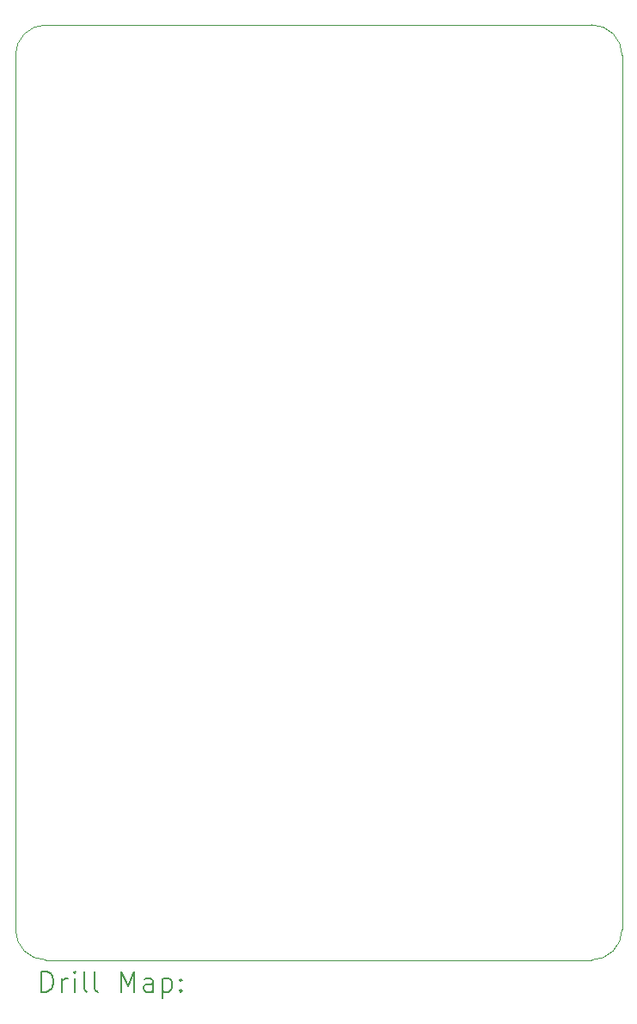
<source format=gbr>
%TF.GenerationSoftware,KiCad,Pcbnew,9.0.3*%
%TF.CreationDate,2025-08-25T22:35:28-05:00*%
%TF.ProjectId,TestBoard_TPS27SA08-Q1,54657374-426f-4617-9264-5f5450533237,rev?*%
%TF.SameCoordinates,Original*%
%TF.FileFunction,Drillmap*%
%TF.FilePolarity,Positive*%
%FSLAX45Y45*%
G04 Gerber Fmt 4.5, Leading zero omitted, Abs format (unit mm)*
G04 Created by KiCad (PCBNEW 9.0.3) date 2025-08-25 22:35:28*
%MOMM*%
%LPD*%
G01*
G04 APERTURE LIST*
%ADD10C,0.050000*%
%ADD11C,0.200000*%
G04 APERTURE END LIST*
D10*
X11325000Y-4575000D02*
X16700000Y-4575000D01*
X11025000Y-13475000D02*
X11025000Y-4875000D01*
X17000000Y-4875000D02*
X17000000Y-13475000D01*
X11025000Y-4875000D02*
G75*
G02*
X11325000Y-4575000I300000J0D01*
G01*
X16700000Y-4575000D02*
G75*
G02*
X17000000Y-4875000I0J-300000D01*
G01*
X11325000Y-13775000D02*
G75*
G02*
X11025000Y-13475000I0J300000D01*
G01*
X17000000Y-13475000D02*
G75*
G02*
X16700000Y-13775000I-300000J0D01*
G01*
X16700000Y-13775000D02*
X11325000Y-13775000D01*
D11*
X11283277Y-14088984D02*
X11283277Y-13888984D01*
X11283277Y-13888984D02*
X11330896Y-13888984D01*
X11330896Y-13888984D02*
X11359467Y-13898508D01*
X11359467Y-13898508D02*
X11378515Y-13917555D01*
X11378515Y-13917555D02*
X11388039Y-13936603D01*
X11388039Y-13936603D02*
X11397562Y-13974698D01*
X11397562Y-13974698D02*
X11397562Y-14003269D01*
X11397562Y-14003269D02*
X11388039Y-14041365D01*
X11388039Y-14041365D02*
X11378515Y-14060412D01*
X11378515Y-14060412D02*
X11359467Y-14079460D01*
X11359467Y-14079460D02*
X11330896Y-14088984D01*
X11330896Y-14088984D02*
X11283277Y-14088984D01*
X11483277Y-14088984D02*
X11483277Y-13955650D01*
X11483277Y-13993746D02*
X11492801Y-13974698D01*
X11492801Y-13974698D02*
X11502324Y-13965174D01*
X11502324Y-13965174D02*
X11521372Y-13955650D01*
X11521372Y-13955650D02*
X11540420Y-13955650D01*
X11607086Y-14088984D02*
X11607086Y-13955650D01*
X11607086Y-13888984D02*
X11597562Y-13898508D01*
X11597562Y-13898508D02*
X11607086Y-13908031D01*
X11607086Y-13908031D02*
X11616610Y-13898508D01*
X11616610Y-13898508D02*
X11607086Y-13888984D01*
X11607086Y-13888984D02*
X11607086Y-13908031D01*
X11730896Y-14088984D02*
X11711848Y-14079460D01*
X11711848Y-14079460D02*
X11702324Y-14060412D01*
X11702324Y-14060412D02*
X11702324Y-13888984D01*
X11835658Y-14088984D02*
X11816610Y-14079460D01*
X11816610Y-14079460D02*
X11807086Y-14060412D01*
X11807086Y-14060412D02*
X11807086Y-13888984D01*
X12064229Y-14088984D02*
X12064229Y-13888984D01*
X12064229Y-13888984D02*
X12130896Y-14031841D01*
X12130896Y-14031841D02*
X12197562Y-13888984D01*
X12197562Y-13888984D02*
X12197562Y-14088984D01*
X12378515Y-14088984D02*
X12378515Y-13984222D01*
X12378515Y-13984222D02*
X12368991Y-13965174D01*
X12368991Y-13965174D02*
X12349943Y-13955650D01*
X12349943Y-13955650D02*
X12311848Y-13955650D01*
X12311848Y-13955650D02*
X12292801Y-13965174D01*
X12378515Y-14079460D02*
X12359467Y-14088984D01*
X12359467Y-14088984D02*
X12311848Y-14088984D01*
X12311848Y-14088984D02*
X12292801Y-14079460D01*
X12292801Y-14079460D02*
X12283277Y-14060412D01*
X12283277Y-14060412D02*
X12283277Y-14041365D01*
X12283277Y-14041365D02*
X12292801Y-14022317D01*
X12292801Y-14022317D02*
X12311848Y-14012793D01*
X12311848Y-14012793D02*
X12359467Y-14012793D01*
X12359467Y-14012793D02*
X12378515Y-14003269D01*
X12473753Y-13955650D02*
X12473753Y-14155650D01*
X12473753Y-13965174D02*
X12492801Y-13955650D01*
X12492801Y-13955650D02*
X12530896Y-13955650D01*
X12530896Y-13955650D02*
X12549943Y-13965174D01*
X12549943Y-13965174D02*
X12559467Y-13974698D01*
X12559467Y-13974698D02*
X12568991Y-13993746D01*
X12568991Y-13993746D02*
X12568991Y-14050888D01*
X12568991Y-14050888D02*
X12559467Y-14069936D01*
X12559467Y-14069936D02*
X12549943Y-14079460D01*
X12549943Y-14079460D02*
X12530896Y-14088984D01*
X12530896Y-14088984D02*
X12492801Y-14088984D01*
X12492801Y-14088984D02*
X12473753Y-14079460D01*
X12654705Y-14069936D02*
X12664229Y-14079460D01*
X12664229Y-14079460D02*
X12654705Y-14088984D01*
X12654705Y-14088984D02*
X12645182Y-14079460D01*
X12645182Y-14079460D02*
X12654705Y-14069936D01*
X12654705Y-14069936D02*
X12654705Y-14088984D01*
X12654705Y-13965174D02*
X12664229Y-13974698D01*
X12664229Y-13974698D02*
X12654705Y-13984222D01*
X12654705Y-13984222D02*
X12645182Y-13974698D01*
X12645182Y-13974698D02*
X12654705Y-13965174D01*
X12654705Y-13965174D02*
X12654705Y-13984222D01*
M02*

</source>
